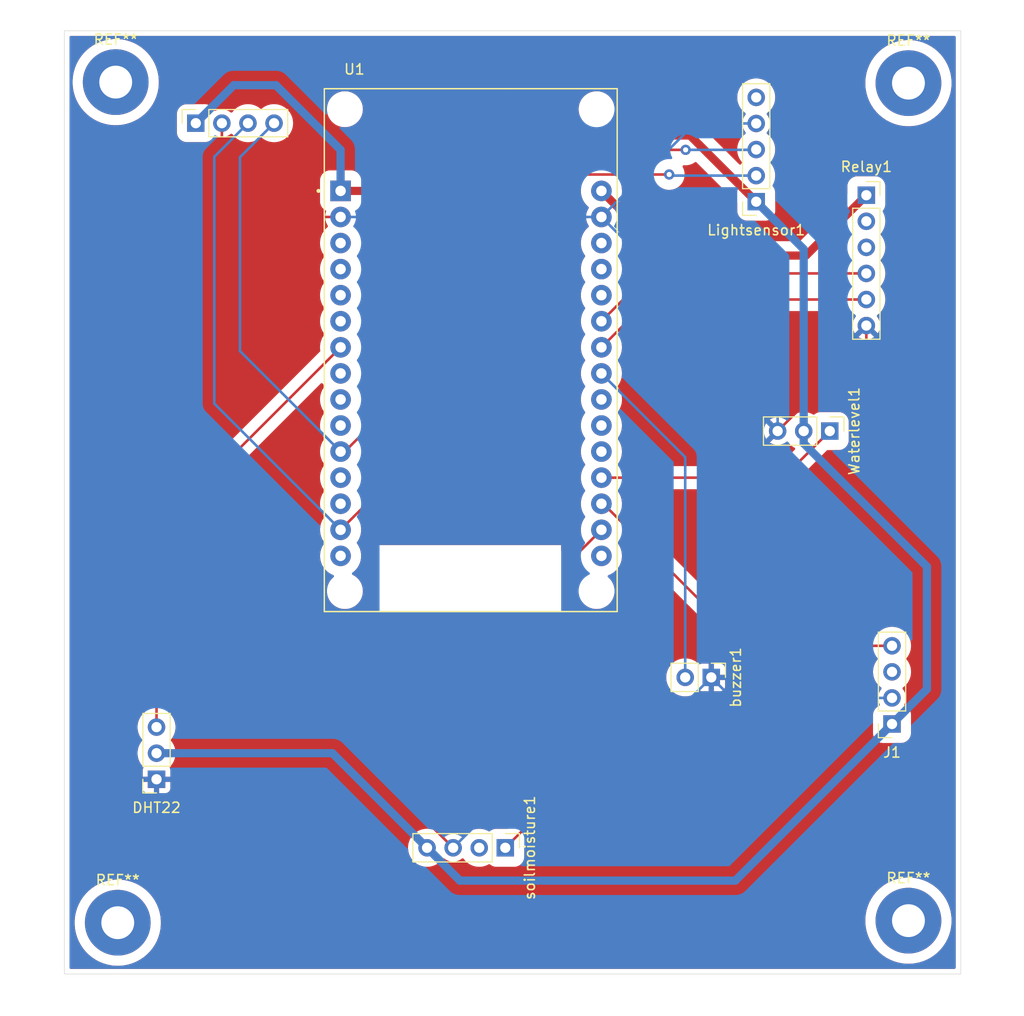
<source format=kicad_pcb>
(kicad_pcb (version 20241229) (generator "pcbnew") (generator_version "9.0")
  (layers (0 "F.Cu" signal) (2 "B.Cu" signal) (13 "F.Paste" user) (15 "B.Paste" user) (5 "F.SilkS" user "F.Silkscreen") (7 "B.SilkS" user "B.Silkscreen") (1 "F.Mask" user) (3 "B.Mask" user) (25 "Edge.Cuts" user))
  (net 0 "")
  (net 1 "Net-(U1-D25)")
  (net 2 "Net-(DHT22-Pin_3)")
  (net 3 "Net-(Lightsensor1-Pin_2)")
  (net 5 "Net-(Lightsensor1-Pin_3)")
  (net 6 "Net-(Relay1-Pin_1)")
  (net 7 "Net-(Relay1-Pin_5)")
  (net 9 "Net-(Relay1-Pin_4)")
  (net 12 "Net-(U1-VP)")
  (net 14 "Net-(U1-D34)")
  (net 32 "GND")
  (net 33 "VCC")
  (net 34 "Net-(J1-Pin_4)")
  (footprint "MountingHole:MountingHole_3.2mm_M3_Pad" (layer "F.Cu") (at 161.2 57.1)
    (property "Reference" "REF**" (at 0 -4.15 0) (layer "F.SilkS"))
    (property "Value" "MountingHole_3.2mm_M3_Pad")
    (pad "1" thru_hole circle (at 0 0) (size 6.4 6.4) (drill 3.2) (layers "*.Cu" "*.Mask"))
  )
  (footprint "Connector_PinSocket_2.54mm:PinSocket_1x05_P2.54mm_Vertical" (layer "F.Cu") (at 146.375 68.65 180)
    (property "Reference" "Lightsensor1" (at 0 -2.77 0) (layer "F.SilkS"))
    (property "Value" "Conn_01x05")
    (fp_line (start 1.33 1.27) (end 1.33 11.49) (stroke (width 0.12)) (layer "F.SilkS"))
    (fp_line (start 1.33 -1.33) (end 1.33 0) (stroke (width 0.12)) (layer "F.SilkS"))
    (fp_line (start 0 -1.33) (end 1.33 -1.33) (stroke (width 0.12)) (layer "F.SilkS"))
    (fp_line (start -1.33 11.49) (end 1.33 11.49) (stroke (width 0.12)) (layer "F.SilkS"))
    (fp_line (start -1.33 1.27) (end 1.33 1.27) (stroke (width 0.12)) (layer "F.SilkS"))
    (fp_line (start -1.33 1.27) (end -1.33 11.49) (stroke (width 0.12)) (layer "F.SilkS"))
    (pad "1" thru_hole rect (at 0 0 180) (size 1.7 1.7) (drill 1) (layers "*.Cu" "*.Mask") (net 33 "VCC"))
    (pad "2" thru_hole circle (at 0 2.54 180) (size 1.7 1.7) (drill 1) (layers "*.Cu" "*.Mask") (net 3 "Net-(Lightsensor1-Pin_2)"))
    (pad "3" thru_hole circle (at 0 5.08 180) (size 1.7 1.7) (drill 1) (layers "*.Cu" "*.Mask") (net 5 "Net-(Lightsensor1-Pin_3)"))
    (pad "4" thru_hole circle (at 0 7.62 180) (size 1.7 1.7) (drill 1) (layers "*.Cu" "*.Mask") (net 32 "GND"))
    (pad "5" thru_hole circle (at 0 10.16 180) (size 1.7 1.7) (drill 1) (layers "*.Cu" "*.Mask"))
  )
  (footprint "MountingHole:MountingHole_3.2mm_M3_Pad" (layer "F.Cu") (at 161.2 138.7)
    (property "Reference" "REF**" (at 0 -4.15 0) (layer "F.SilkS"))
    (property "Value" "MountingHole_3.2mm_M3_Pad")
    (pad "1" thru_hole circle (at 0 0) (size 6.4 6.4) (drill 3.2) (layers "*.Cu" "*.Mask"))
  )
  (footprint "MountingHole:MountingHole_3.2mm_M3_Pad" (layer "F.Cu") (at 84.2 138.9)
    (property "Reference" "REF**" (at 0 -4.15 0) (layer "F.SilkS"))
    (property "Value" "MountingHole_3.2mm_M3_Pad")
    (pad "1" thru_hole circle (at 0 0) (size 6.4 6.4) (drill 3.2) (layers "*.Cu" "*.Mask"))
  )
  (footprint "Connector_PinHeader_2.54mm:PinHeader_1x03_P2.54mm_Vertical" (layer "F.Cu") (at 153.54 91 -90)
    (property "Reference" "Waterlevel1" (at 0 -2.38 90) (layer "F.SilkS"))
    (property "Value" "Conn_01x03")
    (fp_line (start -1.38 6.46) (end 1.38 6.46) (stroke (width 0.12)) (layer "F.SilkS"))
    (fp_line (start -1.38 1.27) (end -1.38 6.46) (stroke (width 0.12)) (layer "F.SilkS"))
    (fp_line (start -1.38 1.27) (end 1.38 1.27) (stroke (width 0.12)) (layer "F.SilkS"))
    (fp_line (start 1.38 1.27) (end 1.38 6.46) (stroke (width 0.12)) (layer "F.SilkS"))
    (fp_line (start -1.38 0) (end -1.38 -1.38) (stroke (width 0.12)) (layer "F.SilkS"))
    (fp_line (start -1.38 -1.38) (end 0 -1.38) (stroke (width 0.12)) (layer "F.SilkS"))
    (pad "1" thru_hole rect (at 0 0 270) (size 1.7 1.7) (drill 1) (layers "*.Cu" "*.Mask") (net 14 "Net-(U1-D34)"))
    (pad "2" thru_hole circle (at 0 2.54 270) (size 1.7 1.7) (drill 1) (layers "*.Cu" "*.Mask") (net 33 "VCC"))
    (pad "3" thru_hole circle (at 0 5.08 270) (size 1.7 1.7) (drill 1) (layers "*.Cu" "*.Mask") (net 32 "GND"))
  )
  (footprint "MountingHole:MountingHole_3.2mm_M3_Pad" (layer "F.Cu") (at 84 57)
    (property "Reference" "REF**" (at 0 -4.15 0) (layer "F.SilkS"))
    (property "Value" "MountingHole_3.2mm_M3_Pad")
    (pad "1" thru_hole circle (at 0 0) (size 6.4 6.4) (drill 3.2) (layers "*.Cu" "*.Mask"))
  )
  (footprint "Connector_PinSocket_2.54mm:PinSocket_1x03_P2.54mm_Vertical" (layer "F.Cu") (at 87.975 124.925 180)
    (property "Reference" "DHT22" (at 0 -2.77 0) (layer "F.SilkS"))
    (property "Value" "Conn_01x03")
    (fp_line (start 1.33 1.27) (end 1.33 6.41) (stroke (width 0.12)) (layer "F.SilkS"))
    (fp_line (start 1.33 -1.33) (end 1.33 0) (stroke (width 0.12)) (layer "F.SilkS"))
    (fp_line (start 0 -1.33) (end 1.33 -1.33) (stroke (width 0.12)) (layer "F.SilkS"))
    (fp_line (start -1.33 6.41) (end 1.33 6.41) (stroke (width 0.12)) (layer "F.SilkS"))
    (fp_line (start -1.33 1.27) (end 1.33 1.27) (stroke (width 0.12)) (layer "F.SilkS"))
    (fp_line (start -1.33 1.27) (end -1.33 6.41) (stroke (width 0.12)) (layer "F.SilkS"))
    (pad "1" thru_hole rect (at 0 0 180) (size 1.7 1.7) (drill 1) (layers "*.Cu" "*.Mask") (net 32 "GND"))
    (pad "2" thru_hole circle (at 0 2.54 180) (size 1.7 1.7) (drill 1) (layers "*.Cu" "*.Mask") (net 33 "VCC"))
    (pad "3" thru_hole circle (at 0 5.08 180) (size 1.7 1.7) (drill 1) (layers "*.Cu" "*.Mask") (net 2 "Net-(DHT22-Pin_3)"))
  )
  (footprint "Connector_PinSocket_2.54mm:PinSocket_1x04_P2.54mm_Vertical" (layer "F.Cu") (at 91.8 61 90)
    (property "Reference" "OLED1" (hide yes))
    (property "Value" "Conn_01x04")
    (fp_line (start 1.33 -1.33) (end 1.33 0) (stroke (width 0.12)) (layer "F.SilkS"))
    (fp_line (start 0 -1.33) (end 1.33 -1.33) (stroke (width 0.12)) (layer "F.SilkS"))
    (fp_line (start 1.33 1.27) (end 1.33 8.95) (stroke (width 0.12)) (layer "F.SilkS"))
    (fp_line (start -1.33 1.27) (end 1.33 1.27) (stroke (width 0.12)) (layer "F.SilkS"))
    (fp_line (start -1.33 1.27) (end -1.33 8.95) (stroke (width 0.12)) (layer "F.SilkS"))
    (fp_line (start -1.33 8.95) (end 1.33 8.95) (stroke (width 0.12)) (layer "F.SilkS"))
    (pad "1" thru_hole rect (at 0 0 90) (size 1.7 1.7) (drill 1) (layers "*.Cu" "*.Mask") (net 33 "VCC"))
    (pad "2" thru_hole circle (at 0 2.54 90) (size 1.7 1.7) (drill 1) (layers "*.Cu" "*.Mask") (net 32 "GND"))
    (pad "3" thru_hole circle (at 0 5.08 90) (size 1.7 1.7) (drill 1) (layers "*.Cu" "*.Mask") (net 3 "Net-(Lightsensor1-Pin_2)"))
    (pad "4" thru_hole circle (at 0 7.62 90) (size 1.7 1.7) (drill 1) (layers "*.Cu" "*.Mask") (net 5 "Net-(Lightsensor1-Pin_3)"))
  )
  (footprint "Connector_PinHeader_2.54mm:PinHeader_1x04_P2.54mm_Vertical" (layer "F.Cu") (at 121.94 131.6 -90)
    (property "Reference" "soilmoisture1" (at 0 -2.38 90) (layer "F.SilkS"))
    (property "Value" "Conn_01x04")
    (fp_line (start -1.38 9) (end 1.38 9) (stroke (width 0.12)) (layer "F.SilkS"))
    (fp_line (start -1.38 1.27) (end -1.38 9) (stroke (width 0.12)) (layer "F.SilkS"))
    (fp_line (start -1.38 1.27) (end 1.38 1.27) (stroke (width 0.12)) (layer "F.SilkS"))
    (fp_line (start 1.38 1.27) (end 1.38 9) (stroke (width 0.12)) (layer "F.SilkS"))
    (fp_line (start -1.38 0) (end -1.38 -1.38) (stroke (width 0.12)) (layer "F.SilkS"))
    (fp_line (start -1.38 -1.38) (end 0 -1.38) (stroke (width 0.12)) (layer "F.SilkS"))
    (pad "1" thru_hole rect (at 0 0 270) (size 1.7 1.7) (drill 1) (layers "*.Cu" "*.Mask") (net 12 "Net-(U1-VP)"))
    (pad "2" thru_hole circle (at 0 2.54 270) (size 1.7 1.7) (drill 1) (layers "*.Cu" "*.Mask"))
    (pad "3" thru_hole circle (at 0 5.08 270) (size 1.7 1.7) (drill 1) (layers "*.Cu" "*.Mask") (net 32 "GND"))
    (pad "4" thru_hole circle (at 0 7.62 270) (size 1.7 1.7) (drill 1) (layers "*.Cu" "*.Mask") (net 33 "VCC"))
  )
  (footprint "Connector_PinSocket_2.54mm:PinSocket_1x06_P2.54mm_Vertical" (layer "F.Cu") (at 157.1 68.02)
    (property "Reference" "Relay1" (at 0 -2.77 0) (layer "F.SilkS"))
    (property "Value" "Conn_01x06")
    (fp_line (start -1.33 1.27) (end -1.33 14.03) (stroke (width 0.12)) (layer "F.SilkS"))
    (fp_line (start -1.33 1.27) (end 1.33 1.27) (stroke (width 0.12)) (layer "F.SilkS"))
    (fp_line (start -1.33 14.03) (end 1.33 14.03) (stroke (width 0.12)) (layer "F.SilkS"))
    (fp_line (start 0 -1.33) (end 1.33 -1.33) (stroke (width 0.12)) (layer "F.SilkS"))
    (fp_line (start 1.33 -1.33) (end 1.33 0) (stroke (width 0.12)) (layer "F.SilkS"))
    (fp_line (start 1.33 1.27) (end 1.33 14.03) (stroke (width 0.12)) (layer "F.SilkS"))
    (pad "1" thru_hole rect (at 0 0) (size 1.7 1.7) (drill 1) (layers "*.Cu" "*.Mask") (net 6 "Net-(Relay1-Pin_1)"))
    (pad "2" thru_hole circle (at 0 2.54) (size 1.7 1.7) (drill 1) (layers "*.Cu" "*.Mask"))
    (pad "3" thru_hole circle (at 0 5.08) (size 1.7 1.7) (drill 1) (layers "*.Cu" "*.Mask"))
    (pad "4" thru_hole circle (at 0 7.62) (size 1.7 1.7) (drill 1) (layers "*.Cu" "*.Mask") (net 9 "Net-(Relay1-Pin_4)"))
    (pad "5" thru_hole circle (at 0 10.16) (size 1.7 1.7) (drill 1) (layers "*.Cu" "*.Mask") (net 7 "Net-(Relay1-Pin_5)"))
    (pad "6" thru_hole circle (at 0 12.7) (size 1.7 1.7) (drill 1) (layers "*.Cu" "*.Mask") (net 32 "GND"))
  )
  (footprint "Connector_PinHeader_2.54mm:PinHeader_1x02_P2.54mm_Vertical" (layer "F.Cu") (at 142 115 -90)
    (property "Reference" "buzzer1" (at 0 -2.38 90) (layer "F.SilkS"))
    (property "Value" "Conn_01x02")
    (fp_line (start -1.38 3.92) (end 1.38 3.92) (stroke (width 0.12)) (layer "F.SilkS"))
    (fp_line (start -1.38 1.27) (end -1.38 3.92) (stroke (width 0.12)) (layer "F.SilkS"))
    (fp_line (start -1.38 1.27) (end 1.38 1.27) (stroke (width 0.12)) (layer "F.SilkS"))
    (fp_line (start 1.38 1.27) (end 1.38 3.92) (stroke (width 0.12)) (layer "F.SilkS"))
    (fp_line (start -1.38 0) (end -1.38 -1.38) (stroke (width 0.12)) (layer "F.SilkS"))
    (fp_line (start -1.38 -1.38) (end 0 -1.38) (stroke (width 0.12)) (layer "F.SilkS"))
    (pad "1" thru_hole rect (at 0 0 270) (size 1.7 1.7) (drill 1) (layers "*.Cu" "*.Mask") (net 32 "GND"))
    (pad "2" thru_hole circle (at 0 2.54 270) (size 1.7 1.7) (drill 1) (layers "*.Cu" "*.Mask") (net 1 "Net-(U1-D25)"))
  )
  (footprint "Connector_PinSocket_2.54mm:PinSocket_1x04_P2.54mm_Vertical" (layer "F.Cu") (at 159.6 119.54 180)
    (property "Reference" "J1" (at 0 -2.77 0) (layer "F.SilkS"))
    (property "Value" "Conn_01x04")
    (fp_line (start 1.33 1.27) (end 1.33 8.95) (stroke (width 0.12)) (layer "F.SilkS"))
    (fp_line (start 1.33 -1.33) (end 1.33 0) (stroke (width 0.12)) (layer "F.SilkS"))
    (fp_line (start 0 -1.33) (end 1.33 -1.33) (stroke (width 0.12)) (layer "F.SilkS"))
    (fp_line (start -1.33 8.95) (end 1.33 8.95) (stroke (width 0.12)) (layer "F.SilkS"))
    (fp_line (start -1.33 1.27) (end 1.33 1.27) (stroke (width 0.12)) (layer "F.SilkS"))
    (fp_line (start -1.33 1.27) (end -1.33 8.95) (stroke (width 0.12)) (layer "F.SilkS"))
    (pad "1" thru_hole rect (at 0 0 180) (size 1.7 1.7) (drill 1) (layers "*.Cu" "*.Mask") (net 33 "VCC"))
    (pad "2" thru_hole circle (at 0 2.54 180) (size 1.7 1.7) (drill 1) (layers "*.Cu" "*.Mask") (net 32 "GND"))
    (pad "3" thru_hole circle (at 0 5.08 180) (size 1.7 1.7) (drill 1) (layers "*.Cu" "*.Mask"))
    (pad "4" thru_hole circle (at 0 7.62 180) (size 1.7 1.7) (drill 1) (layers "*.Cu" "*.Mask") (net 34 "Net-(J1-Pin_4)"))
  )
  (footprint "ESP32-DEVKIT-V1:MODULE_ESP32_DEVKIT_V1" (layer "F.Cu") (at 118.6 83.115)
    (property "Reference" "U1" (at -11.355 -27.36 0) (layer "F.SilkS"))
    (property "Value" "ESP32-DEVKIT-V1")
    (fp_line (start -14.28 -25.475) (end -3.211 -25.475) (stroke (width 0.127)) (layer "F.SilkS"))
    (fp_line (start -14.28 -25.475) (end 14.23 -25.475) (stroke (width 0.127)) (layer "F.SilkS"))
    (fp_line (start -14.28 25.475) (end -14.28 -25.475) (stroke (width 0.127)) (layer "F.SilkS"))
    (fp_line (start -14.28 25.475) (end -14.28 -25.475) (stroke (width 0.127)) (layer "F.SilkS"))
    (fp_line (start -14.28 25.475) (end -8.91 25.475) (stroke (width 0.127)) (layer "F.SilkS"))
    (fp_line (start -8.91 25.475) (end 8.78 25.475) (stroke (width 0.127)) (layer "F.SilkS"))
    (fp_line (start -3.211 -25.475) (end 3.5 -25.475) (stroke (width 0.127)) (layer "F.SilkS"))
    (fp_line (start 3.5 -25.475) (end 14.23 -25.475) (stroke (width 0.127)) (layer "F.SilkS"))
    (fp_line (start 8.78 25.475) (end 14.23 25.475) (stroke (width 0.127)) (layer "F.SilkS"))
    (fp_line (start 14.23 -25.475) (end 14.23 25.475) (stroke (width 0.127)) (layer "F.SilkS"))
    (fp_line (start 14.23 -25.475) (end 14.23 25.475) (stroke (width 0.127)) (layer "F.SilkS"))
    (fp_line (start 14.23 25.475) (end -14.28 25.475) (stroke (width 0.127)) (layer "F.SilkS"))
    (fp_circle (center -14.85 -15.515) (end -14.75 -15.515) (stroke (width 0.2)) (fill no) (layer "F.SilkS"))
    (pad "" np_thru_hole circle (at -12.28 -23.475) (size 3 3) (drill 3) (layers "*.Cu" "*.Mask"))
    (pad "" np_thru_hole circle (at -12.28 23.475) (size 3 3) (drill 3) (layers "*.Cu" "*.Mask"))
    (pad "" np_thru_hole circle (at 12.23 -23.475) (size 3 3) (drill 3) (layers "*.Cu" "*.Mask"))
    (pad "" np_thru_hole circle (at 12.23 23.475) (size 3 3) (drill 3) (layers "*.Cu" "*.Mask"))
    (pad "1" thru_hole rect (at -12.7 -15.515) (size 2 2) (drill 1.02) (layers "*.Cu" "*.Mask") (net 33 "VCC"))
    (pad "2" thru_hole circle (at -12.7 -12.975) (size 2 2) (drill 1.02) (layers "*.Cu" "*.Mask") (net 32 "GND"))
    (pad "3" thru_hole circle (at -12.7 -10.435) (size 2 2) (drill 1.02) (layers "*.Cu" "*.Mask"))
    (pad "4" thru_hole circle (at -12.7 -7.895) (size 2 2) (drill 1.02) (layers "*.Cu" "*.Mask"))
    (pad "5" thru_hole circle (at -12.7 -5.355) (size 2 2) (drill 1.02) (layers "*.Cu" "*.Mask"))
    (pad "6" thru_hole circle (at -12.7 -2.815) (size 2 2) (drill 1.02) (layers "*.Cu" "*.Mask"))
    (pad "7" thru_hole circle (at -12.7 -0.275) (size 2 2) (drill 1.02) (layers "*.Cu" "*.Mask") (net 2 "Net-(DHT22-Pin_3)"))
    (pad "8" thru_hole circle (at -12.7 2.265) (size 2 2) (drill 1.02) (layers "*.Cu" "*.Mask"))
    (pad "9" thru_hole circle (at -12.7 4.805) (size 2 2) (drill 1.02) (layers "*.Cu" "*.Mask"))
    (pad "10" thru_hole circle (at -12.7 7.345) (size 2 2) (drill 1.02) (layers "*.Cu" "*.Mask"))
    (pad "11" thru_hole circle (at -12.7 9.885) (size 2 2) (drill 1.02) (layers "*.Cu" "*.Mask") (net 5 "Net-(Lightsensor1-Pin_3)"))
    (pad "12" thru_hole circle (at -12.7 12.425) (size 2 2) (drill 1.02) (layers "*.Cu" "*.Mask"))
    (pad "13" thru_hole circle (at -12.7 14.965) (size 2 2) (drill 1.02) (layers "*.Cu" "*.Mask"))
    (pad "14" thru_hole circle (at -12.7 17.505) (size 2 2) (drill 1.02) (layers "*.Cu" "*.Mask") (net 3 "Net-(Lightsensor1-Pin_2)"))
    (pad "15" thru_hole circle (at -12.7 20.045) (size 2 2) (drill 1.02) (layers "*.Cu" "*.Mask"))
    (pad "16" thru_hole circle (at 12.7 20.045) (size 2 2) (drill 1.02) (layers "*.Cu" "*.Mask"))
    (pad "17" thru_hole circle (at 12.7 17.505) (size 2 2) (drill 1.02) (layers "*.Cu" "*.Mask") (net 12 "Net-(U1-VP)"))
    (pad "18" thru_hole circle (at 12.7 14.965) (size 2 2) (drill 1.02) (layers "*.Cu" "*.Mask") (net 34 "Net-(J1-Pin_4)"))
    (pad "19" thru_hole circle (at 12.7 12.425) (size 2 2) (drill 1.02) (layers "*.Cu" "*.Mask") (net 14 "Net-(U1-D34)"))
    (pad "20" thru_hole circle (at 12.7 9.885) (size 2 2) (drill 1.02) (layers "*.Cu" "*.Mask"))
    (pad "21" thru_hole circle (at 12.7 7.345) (size 2 2) (drill 1.02) (layers "*.Cu" "*.Mask"))
    (pad "22" thru_hole circle (at 12.7 4.805) (size 2 2) (drill 1.02) (layers "*.Cu" "*.Mask"))
    (pad "23" thru_hole circle (at 12.7 2.265) (size 2 2) (drill 1.02) (layers "*.Cu" "*.Mask") (net 1 "Net-(U1-D25)"))
    (pad "24" thru_hole circle (at 12.7 -0.275) (size 2 2) (drill 1.02) (layers "*.Cu" "*.Mask") (net 7 "Net-(Relay1-Pin_5)"))
    (pad "25" thru_hole circle (at 12.7 -2.815) (size 2 2) (drill 1.02) (layers "*.Cu" "*.Mask") (net 9 "Net-(Relay1-Pin_4)"))
    (pad "26" thru_hole circle (at 12.7 -5.355) (size 2 2) (drill 1.02) (layers "*.Cu" "*.Mask"))
    (pad "27" thru_hole circle (at 12.7 -7.895) (size 2 2) (drill 1.02) (layers "*.Cu" "*.Mask"))
    (pad "28" thru_hole circle (at 12.7 -10.435) (size 2 2) (drill 1.02) (layers "*.Cu" "*.Mask"))
    (pad "29" thru_hole circle (at 12.7 -12.975) (size 2 2) (drill 1.02) (layers "*.Cu" "*.Mask") (net 32 "GND"))
    (pad "30" thru_hole circle (at 12.7 -15.515) (size 2 2) (drill 1.02) (layers "*.Cu" "*.Mask") (net 6 "Net-(Relay1-Pin_1)"))
    (zone (net 0) (net_name "") (layer "F.Cu") (connect_pads (clearance 0)) (min_thickness 0.01)
      (keepout (tracks not_allowed) (vias not_allowed) (pads not_allowed) (copperpour not_allowed) (footprints allowed))
      (fill (thermal_gap 0.508) (thermal_bridge_width 0.508))
      (polygon (pts (xy 109.69 102.1) (xy 127.38 102.1) (xy 127.38 108.59) (xy 109.69 108.59)))
    )
    (zone (net 0) (net_name "") (layer "B.Cu") (connect_pads (clearance 0)) (min_thickness 0.01)
      (keepout (tracks not_allowed) (vias not_allowed) (pads not_allowed) (copperpour not_allowed) (footprints allowed))
      (fill (thermal_gap 0.508) (thermal_bridge_width 0.508))
      (polygon (pts (xy 109.69 102.1) (xy 127.38 102.1) (xy 127.38 108.59) (xy 109.69 108.59)))
    )
  )
  (gr_rect (start 79 52) (end 166.3 143.9) (stroke (width 0.05)) (fill no) (layer "Edge.Cuts"))
  (segment (start 139.46 93.54) (end 131.3 85.38) (width 0.25) (layer "B.Cu") (net 1))
  (segment (start 139.46 115) (end 139.46 93.54) (width 0.25) (layer "B.Cu") (net 1))
  (segment (start 87.975 100.765) (end 87.975 119.845) (width 0.25) (layer "F.Cu") (net 2))
  (segment (start 105.9 82.84) (end 87.975 100.765) (width 0.25) (layer "F.Cu") (net 2))
  (segment (start 137.9 66) (end 127.8 66) (width 0.25) (layer "F.Cu") (net 3))
  (segment (start 122.9 70.9) (end 122.9 83.62) (width 0.25) (layer "F.Cu") (net 3))
  (segment (start 122.9 83.62) (end 105.9 100.62) (width 0.25) (layer "F.Cu") (net 3))
  (segment (start 127.8 66) (end 122.9 70.9) (width 0.25) (layer "F.Cu") (net 3))
  (via (at 137.9 66) (size 1) (drill 0.5) (layers "F.Cu" "B.Cu") (net 3))
  (segment (start 138.18 66) (end 138.29 66.11) (width 0.25) (layer "B.Cu") (net 3))
  (segment (start 96.88 61) (end 93.6 64.28) (width 0.25) (layer "B.Cu") (net 3))
  (segment (start 93.6 64.28) (end 93.6 88.32) (width 0.25) (layer "B.Cu") (net 3))
  (segment (start 138.29 66.11) (end 146.375 66.11) (width 0.25) (layer "B.Cu") (net 3))
  (segment (start 93.6 88.32) (end 105.9 100.62) (width 0.25) (layer "B.Cu") (net 3))
  (segment (start 137.9 66) (end 138.18 66) (width 0.25) (layer "B.Cu") (net 3))
  (segment (start 119 72.1) (end 119 80.3) (width 0.25) (layer "F.Cu") (net 5))
  (segment (start 106.3 93) (end 105.9 93) (width 0.25) (layer "F.Cu") (net 5))
  (segment (start 127.5 63.6) (end 119 72.1) (width 0.25) (layer "F.Cu") (net 5))
  (segment (start 119 80.3) (end 106.3 93) (width 0.25) (layer "F.Cu") (net 5))
  (segment (start 139.5 63.6) (end 127.5 63.6) (width 0.25) (layer "F.Cu") (net 5))
  (via (at 139.5 63.6) (size 1) (drill 0.5) (layers "F.Cu" "B.Cu") (net 5))
  (segment (start 96.1 83.2) (end 105.9 93) (width 0.25) (layer "B.Cu") (net 5))
  (segment (start 139.5 63.6) (end 146.345 63.6) (width 0.25) (layer "B.Cu") (net 5))
  (segment (start 146.345 63.6) (end 146.375 63.57) (width 0.25) (layer "B.Cu") (net 5))
  (segment (start 96.1 64.32) (end 96.1 83.2) (width 0.25) (layer "B.Cu") (net 5))
  (segment (start 99.42 61) (end 96.1 64.32) (width 0.25) (layer "B.Cu") (net 5))
  (segment (start 137.6 73.9) (end 131.3 67.6) (width 0.8) (layer "F.Cu") (net 6))
  (segment (start 157.1 68.02) (end 151.22 73.9) (width 0.8) (layer "F.Cu") (net 6))
  (segment (start 151.22 73.9) (end 137.6 73.9) (width 0.8) (layer "F.Cu") (net 6))
  (segment (start 131.3 82.84) (end 135.96 78.18) (width 0.25) (layer "F.Cu") (net 7))
  (segment (start 135.96 78.18) (end 157.1 78.18) (width 0.25) (layer "F.Cu") (net 7))
  (segment (start 131.3 80.3) (end 135.96 75.64) (width 0.25) (layer "F.Cu") (net 9))
  (segment (start 135.96 75.64) (end 157.1 75.64) (width 0.25) (layer "F.Cu") (net 9))
  (segment (start 128.1 125.44) (end 128.1 103.82) (width 0.25) (layer "F.Cu") (net 12))
  (segment (start 128.1 103.82) (end 131.3 100.62) (width 0.25) (layer "F.Cu") (net 12))
  (segment (start 121.94 131.6) (end 128.1 125.44) (width 0.25) (layer "F.Cu") (net 12))
  (segment (start 131.3 95.54) (end 149 95.54) (width 0.25) (layer "F.Cu") (net 14))
  (segment (start 149 95.54) (end 153.54 91) (width 0.25) (layer "F.Cu") (net 14))
  (segment (start 87.975 124.925) (end 110.185 124.925) (width 0.25) (layer "F.Cu") (net 32))
  (segment (start 157.1 80.72) (end 157.1 82.36) (width 0.25) (layer "F.Cu") (net 32))
  (segment (start 101.7 70.14) (end 105.9 70.14) (width 0.25) (layer "F.Cu") (net 32))
  (segment (start 157.1 82.36) (end 148.46 91) (width 0.25) (layer "F.Cu") (net 32))
  (segment (start 105.9 70.804752) (end 105.9 70.14) (width 0.25) (layer "F.Cu") (net 32))
  (segment (start 94.34 61) (end 94.34 62.78) (width 0.25) (layer "F.Cu") (net 32))
  (segment (start 94.34 62.78) (end 101.7 70.14) (width 0.25) (layer "F.Cu") (net 32))
  (segment (start 110.185 124.925) (end 116.86 131.6) (width 0.25) (layer "F.Cu") (net 32))
  (segment (start 144 117) (end 159.6 117) (width 0.25) (layer "B.Cu") (net 32))
  (segment (start 142 97.46) (end 148.46 91) (width 0.25) (layer "B.Cu") (net 32))
  (segment (start 140.41 61.03) (end 146.375 61.03) (width 0.25) (layer "B.Cu") (net 32))
  (segment (start 148.46 87.3) (end 148.46 91) (width 0.25) (layer "B.Cu") (net 32))
  (segment (start 131.3 70.14) (end 105.9 70.14) (width 0.25) (layer "B.Cu") (net 32))
  (segment (start 131.3 70.14) (end 148.46 87.3) (width 0.25) (layer "B.Cu") (net 32))
  (segment (start 116.86 131.6) (end 121.96 126.5) (width 0.25) (layer "B.Cu") (net 32))
  (segment (start 142 115) (end 144 117) (width 0.25) (layer "B.Cu") (net 32))
  (segment (start 130.5 126.5) (end 142 115) (width 0.25) (layer "B.Cu") (net 32))
  (segment (start 121.96 126.5) (end 130.5 126.5) (width 0.25) (layer "B.Cu") (net 32))
  (segment (start 131.3 70.14) (end 140.41 61.03) (width 0.25) (layer "B.Cu") (net 32))
  (segment (start 142 115) (end 142 97.46) (width 0.25) (layer "B.Cu") (net 32))
  (segment (start 139.925 62.2) (end 114.3 62.2) (width 0.8) (layer "F.Cu") (net 33))
  (segment (start 146.375 68.65) (end 139.925 62.2) (width 0.8) (layer "F.Cu") (net 33))
  (segment (start 114.3 62.2) (end 108.9 67.6) (width 0.8) (layer "F.Cu") (net 33))
  (segment (start 108.9 67.6) (end 105.9 67.6) (width 0.8) (layer "F.Cu") (net 33))
  (segment (start 151 92.202081) (end 163 104.202081) (width 0.8) (layer "B.Cu") (net 33))
  (segment (start 105.9 63.6) (end 105.9 67.6) (width 0.8) (layer "B.Cu") (net 33))
  (segment (start 114.32 131.6) (end 117.52 134.8) (width 0.8) (layer "B.Cu") (net 33))
  (segment (start 151 91) (end 151 92.202081) (width 0.8) (layer "B.Cu") (net 33))
  (segment (start 95.5 57.3) (end 99.6 57.3) (width 0.8) (layer "B.Cu") (net 33))
  (segment (start 87.975 122.385) (end 105.105 122.385) (width 0.8) (layer "B.Cu") (net 33))
  (segment (start 99.6 57.3) (end 105.9 63.6) (width 0.8) (layer "B.Cu") (net 33))
  (segment (start 151 73.275) (end 151 91) (width 0.8) (layer "B.Cu") (net 33))
  (segment (start 163 104.202081) (end 163 116.14) (width 0.8) (layer "B.Cu") (net 33))
  (segment (start 105.105 122.385) (end 114.32 131.6) (width 0.8) (layer "B.Cu") (net 33))
  (segment (start 144.34 134.8) (end 159.6 119.54) (width 0.8) (layer "B.Cu") (net 33))
  (segment (start 146.375 68.65) (end 151 73.275) (width 0.8) (layer "B.Cu") (net 33))
  (segment (start 163 116.14) (end 159.6 119.54) (width 0.8) (layer "B.Cu") (net 33))
  (segment (start 117.52 134.8) (end 144.34 134.8) (width 0.8) (layer "B.Cu") (net 33))
  (segment (start 91.8 61) (end 95.5 57.3) (width 0.8) (layer "B.Cu") (net 33))
  (segment (start 131.48 98.08) (end 145.32 111.92) (width 0.25) (layer "F.Cu") (net 34))
  (segment (start 131.3 98.08) (end 131.48 97.9) (width 0.25) (layer "F.Cu") (net 34))
  (segment (start 145.32 111.92) (end 159.6 111.92) (width 0.25) (layer "F.Cu") (net 34))
  (segment (start 131.48 97.9) (end 131.48 98.08) (width 0.25) (layer "F.Cu") (net 34))
  (zone (net 32) (net_name "GND") (layers "F.Cu" "B.Cu") (connect_pads (clearance 1)) (min_thickness 0.25) (fill yes (thermal_gap 0.5) (thermal_bridge_width 0.5))
    (polygon (pts (xy 76 49) (xy 170 49) (xy 170 148) (xy 75 148)))
  )
)
</source>
